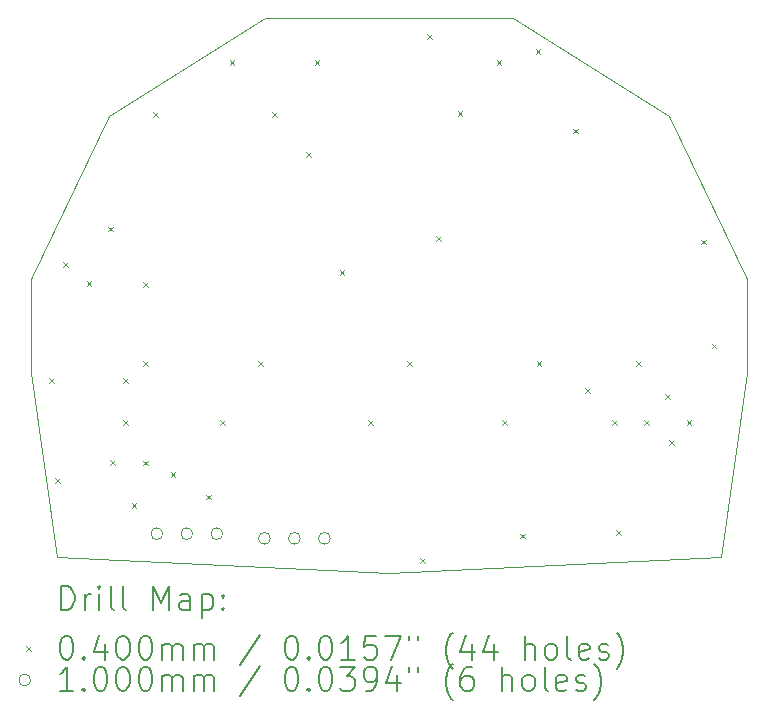
<source format=gbr>
%FSLAX45Y45*%
G04 Gerber Fmt 4.5, Leading zero omitted, Abs format (unit mm)*
G04 Created by KiCad (PCBNEW 6.0.4-6f826c9f35~116~ubuntu20.04.1) date 2022-04-29 21:32:25*
%MOMM*%
%LPD*%
G01*
G04 APERTURE LIST*
%TA.AperFunction,Profile*%
%ADD10C,0.100000*%
%TD*%
%ADD11C,0.200000*%
%ADD12C,0.040000*%
%ADD13C,0.100000*%
G04 APERTURE END LIST*
D10*
X1780000Y-4690000D02*
X1780000Y-3890000D01*
X2440000Y-2510000D02*
X3760000Y-1680000D01*
X2000000Y-6250000D02*
X1780000Y-4690000D01*
X3760000Y-1680000D02*
X5860000Y-1680000D01*
X1780000Y-3890000D02*
X2440000Y-2510000D01*
X7840000Y-4690000D02*
X7620000Y-6250000D01*
X5860000Y-1680000D02*
X7180000Y-2510000D01*
X7180000Y-2510000D02*
X7840000Y-3890000D01*
X4810000Y-6380000D02*
X7620000Y-6250000D01*
X7840000Y-3890000D02*
X7840000Y-4690000D01*
X2000000Y-6250000D02*
X4810000Y-6380000D01*
D11*
D12*
X1930000Y-4730000D02*
X1970000Y-4770000D01*
X1970000Y-4730000D02*
X1930000Y-4770000D01*
X1980000Y-5580000D02*
X2020000Y-5620000D01*
X2020000Y-5580000D02*
X1980000Y-5620000D01*
X2050000Y-3750000D02*
X2090000Y-3790000D01*
X2090000Y-3750000D02*
X2050000Y-3790000D01*
X2250000Y-3910000D02*
X2290000Y-3950000D01*
X2290000Y-3910000D02*
X2250000Y-3950000D01*
X2430000Y-3450000D02*
X2470000Y-3490000D01*
X2470000Y-3450000D02*
X2430000Y-3490000D01*
X2450000Y-5430000D02*
X2490000Y-5470000D01*
X2490000Y-5430000D02*
X2450000Y-5470000D01*
X2560000Y-4730000D02*
X2600000Y-4770000D01*
X2600000Y-4730000D02*
X2560000Y-4770000D01*
X2560000Y-5090000D02*
X2600000Y-5130000D01*
X2600000Y-5090000D02*
X2560000Y-5130000D01*
X2630000Y-5790000D02*
X2670000Y-5830000D01*
X2670000Y-5790000D02*
X2630000Y-5830000D01*
X2730000Y-3920000D02*
X2770000Y-3960000D01*
X2770000Y-3920000D02*
X2730000Y-3960000D01*
X2730000Y-4590000D02*
X2770000Y-4630000D01*
X2770000Y-4590000D02*
X2730000Y-4630000D01*
X2730000Y-5432500D02*
X2770000Y-5472500D01*
X2770000Y-5432500D02*
X2730000Y-5472500D01*
X2810000Y-2480000D02*
X2850000Y-2520000D01*
X2850000Y-2480000D02*
X2810000Y-2520000D01*
X2960000Y-5530000D02*
X3000000Y-5570000D01*
X3000000Y-5530000D02*
X2960000Y-5570000D01*
X3260000Y-5720000D02*
X3300000Y-5760000D01*
X3300000Y-5720000D02*
X3260000Y-5760000D01*
X3380000Y-5090000D02*
X3420000Y-5130000D01*
X3420000Y-5090000D02*
X3380000Y-5130000D01*
X3460000Y-2040000D02*
X3500000Y-2080000D01*
X3500000Y-2040000D02*
X3460000Y-2080000D01*
X3700000Y-4590000D02*
X3740000Y-4630000D01*
X3740000Y-4590000D02*
X3700000Y-4630000D01*
X3820000Y-2480000D02*
X3860000Y-2520000D01*
X3860000Y-2480000D02*
X3820000Y-2520000D01*
X4110000Y-2820000D02*
X4150000Y-2860000D01*
X4150000Y-2820000D02*
X4110000Y-2860000D01*
X4180000Y-2040000D02*
X4220000Y-2080000D01*
X4220000Y-2040000D02*
X4180000Y-2080000D01*
X4390000Y-3820000D02*
X4430000Y-3860000D01*
X4430000Y-3820000D02*
X4390000Y-3860000D01*
X4630000Y-5090000D02*
X4670000Y-5130000D01*
X4670000Y-5090000D02*
X4630000Y-5130000D01*
X4960000Y-4590000D02*
X5000000Y-4630000D01*
X5000000Y-4590000D02*
X4960000Y-4630000D01*
X5070000Y-6260000D02*
X5110000Y-6300000D01*
X5110000Y-6260000D02*
X5070000Y-6300000D01*
X5130000Y-1820000D02*
X5170000Y-1860000D01*
X5170000Y-1820000D02*
X5130000Y-1860000D01*
X5210000Y-3530000D02*
X5250000Y-3570000D01*
X5250000Y-3530000D02*
X5210000Y-3570000D01*
X5390000Y-2470000D02*
X5430000Y-2510000D01*
X5430000Y-2470000D02*
X5390000Y-2510000D01*
X5720000Y-2040000D02*
X5760000Y-2080000D01*
X5760000Y-2040000D02*
X5720000Y-2080000D01*
X5770000Y-5090000D02*
X5810000Y-5130000D01*
X5810000Y-5090000D02*
X5770000Y-5130000D01*
X5920000Y-6050000D02*
X5960000Y-6090000D01*
X5960000Y-6050000D02*
X5920000Y-6090000D01*
X6050000Y-1950000D02*
X6090000Y-1990000D01*
X6090000Y-1950000D02*
X6050000Y-1990000D01*
X6060000Y-4590000D02*
X6100000Y-4630000D01*
X6100000Y-4590000D02*
X6060000Y-4630000D01*
X6370000Y-2620000D02*
X6410000Y-2660000D01*
X6410000Y-2620000D02*
X6370000Y-2660000D01*
X6470000Y-4820000D02*
X6510000Y-4860000D01*
X6510000Y-4820000D02*
X6470000Y-4860000D01*
X6700000Y-5090000D02*
X6740000Y-5130000D01*
X6740000Y-5090000D02*
X6700000Y-5130000D01*
X6730000Y-6020000D02*
X6770000Y-6060000D01*
X6770000Y-6020000D02*
X6730000Y-6060000D01*
X6900000Y-4590000D02*
X6940000Y-4630000D01*
X6940000Y-4590000D02*
X6900000Y-4630000D01*
X6970000Y-5090000D02*
X7010000Y-5130000D01*
X7010000Y-5090000D02*
X6970000Y-5130000D01*
X7150000Y-4870000D02*
X7190000Y-4910000D01*
X7190000Y-4870000D02*
X7150000Y-4910000D01*
X7180000Y-5260000D02*
X7220000Y-5300000D01*
X7220000Y-5260000D02*
X7180000Y-5300000D01*
X7330000Y-5090000D02*
X7370000Y-5130000D01*
X7370000Y-5090000D02*
X7330000Y-5130000D01*
X7450000Y-3560000D02*
X7490000Y-3600000D01*
X7490000Y-3560000D02*
X7450000Y-3600000D01*
X7540000Y-4440000D02*
X7580000Y-4480000D01*
X7580000Y-4440000D02*
X7540000Y-4480000D01*
D13*
X2893500Y-6050000D02*
G75*
G03*
X2893500Y-6050000I-50000J0D01*
G01*
X3147500Y-6050000D02*
G75*
G03*
X3147500Y-6050000I-50000J0D01*
G01*
X3401500Y-6050000D02*
G75*
G03*
X3401500Y-6050000I-50000J0D01*
G01*
X3804500Y-6090000D02*
G75*
G03*
X3804500Y-6090000I-50000J0D01*
G01*
X4058500Y-6090000D02*
G75*
G03*
X4058500Y-6090000I-50000J0D01*
G01*
X4312500Y-6090000D02*
G75*
G03*
X4312500Y-6090000I-50000J0D01*
G01*
D11*
X2032619Y-6695476D02*
X2032619Y-6495476D01*
X2080238Y-6495476D01*
X2108810Y-6505000D01*
X2127857Y-6524048D01*
X2137381Y-6543095D01*
X2146905Y-6581190D01*
X2146905Y-6609762D01*
X2137381Y-6647857D01*
X2127857Y-6666905D01*
X2108810Y-6685952D01*
X2080238Y-6695476D01*
X2032619Y-6695476D01*
X2232619Y-6695476D02*
X2232619Y-6562143D01*
X2232619Y-6600238D02*
X2242143Y-6581190D01*
X2251667Y-6571667D01*
X2270714Y-6562143D01*
X2289762Y-6562143D01*
X2356429Y-6695476D02*
X2356429Y-6562143D01*
X2356429Y-6495476D02*
X2346905Y-6505000D01*
X2356429Y-6514524D01*
X2365952Y-6505000D01*
X2356429Y-6495476D01*
X2356429Y-6514524D01*
X2480238Y-6695476D02*
X2461190Y-6685952D01*
X2451667Y-6666905D01*
X2451667Y-6495476D01*
X2585000Y-6695476D02*
X2565952Y-6685952D01*
X2556429Y-6666905D01*
X2556429Y-6495476D01*
X2813571Y-6695476D02*
X2813571Y-6495476D01*
X2880238Y-6638333D01*
X2946905Y-6495476D01*
X2946905Y-6695476D01*
X3127857Y-6695476D02*
X3127857Y-6590714D01*
X3118333Y-6571667D01*
X3099286Y-6562143D01*
X3061190Y-6562143D01*
X3042143Y-6571667D01*
X3127857Y-6685952D02*
X3108809Y-6695476D01*
X3061190Y-6695476D01*
X3042143Y-6685952D01*
X3032619Y-6666905D01*
X3032619Y-6647857D01*
X3042143Y-6628809D01*
X3061190Y-6619286D01*
X3108809Y-6619286D01*
X3127857Y-6609762D01*
X3223095Y-6562143D02*
X3223095Y-6762143D01*
X3223095Y-6571667D02*
X3242143Y-6562143D01*
X3280238Y-6562143D01*
X3299286Y-6571667D01*
X3308809Y-6581190D01*
X3318333Y-6600238D01*
X3318333Y-6657381D01*
X3308809Y-6676428D01*
X3299286Y-6685952D01*
X3280238Y-6695476D01*
X3242143Y-6695476D01*
X3223095Y-6685952D01*
X3404048Y-6676428D02*
X3413571Y-6685952D01*
X3404048Y-6695476D01*
X3394524Y-6685952D01*
X3404048Y-6676428D01*
X3404048Y-6695476D01*
X3404048Y-6571667D02*
X3413571Y-6581190D01*
X3404048Y-6590714D01*
X3394524Y-6581190D01*
X3404048Y-6571667D01*
X3404048Y-6590714D01*
D12*
X1735000Y-7005000D02*
X1775000Y-7045000D01*
X1775000Y-7005000D02*
X1735000Y-7045000D01*
D11*
X2070714Y-6915476D02*
X2089762Y-6915476D01*
X2108810Y-6925000D01*
X2118333Y-6934524D01*
X2127857Y-6953571D01*
X2137381Y-6991667D01*
X2137381Y-7039286D01*
X2127857Y-7077381D01*
X2118333Y-7096428D01*
X2108810Y-7105952D01*
X2089762Y-7115476D01*
X2070714Y-7115476D01*
X2051667Y-7105952D01*
X2042143Y-7096428D01*
X2032619Y-7077381D01*
X2023095Y-7039286D01*
X2023095Y-6991667D01*
X2032619Y-6953571D01*
X2042143Y-6934524D01*
X2051667Y-6925000D01*
X2070714Y-6915476D01*
X2223095Y-7096428D02*
X2232619Y-7105952D01*
X2223095Y-7115476D01*
X2213571Y-7105952D01*
X2223095Y-7096428D01*
X2223095Y-7115476D01*
X2404048Y-6982143D02*
X2404048Y-7115476D01*
X2356429Y-6905952D02*
X2308810Y-7048809D01*
X2432619Y-7048809D01*
X2546905Y-6915476D02*
X2565952Y-6915476D01*
X2585000Y-6925000D01*
X2594524Y-6934524D01*
X2604048Y-6953571D01*
X2613571Y-6991667D01*
X2613571Y-7039286D01*
X2604048Y-7077381D01*
X2594524Y-7096428D01*
X2585000Y-7105952D01*
X2565952Y-7115476D01*
X2546905Y-7115476D01*
X2527857Y-7105952D01*
X2518333Y-7096428D01*
X2508810Y-7077381D01*
X2499286Y-7039286D01*
X2499286Y-6991667D01*
X2508810Y-6953571D01*
X2518333Y-6934524D01*
X2527857Y-6925000D01*
X2546905Y-6915476D01*
X2737381Y-6915476D02*
X2756429Y-6915476D01*
X2775476Y-6925000D01*
X2785000Y-6934524D01*
X2794524Y-6953571D01*
X2804048Y-6991667D01*
X2804048Y-7039286D01*
X2794524Y-7077381D01*
X2785000Y-7096428D01*
X2775476Y-7105952D01*
X2756429Y-7115476D01*
X2737381Y-7115476D01*
X2718333Y-7105952D01*
X2708810Y-7096428D01*
X2699286Y-7077381D01*
X2689762Y-7039286D01*
X2689762Y-6991667D01*
X2699286Y-6953571D01*
X2708810Y-6934524D01*
X2718333Y-6925000D01*
X2737381Y-6915476D01*
X2889762Y-7115476D02*
X2889762Y-6982143D01*
X2889762Y-7001190D02*
X2899286Y-6991667D01*
X2918333Y-6982143D01*
X2946905Y-6982143D01*
X2965952Y-6991667D01*
X2975476Y-7010714D01*
X2975476Y-7115476D01*
X2975476Y-7010714D02*
X2985000Y-6991667D01*
X3004048Y-6982143D01*
X3032619Y-6982143D01*
X3051667Y-6991667D01*
X3061190Y-7010714D01*
X3061190Y-7115476D01*
X3156428Y-7115476D02*
X3156428Y-6982143D01*
X3156428Y-7001190D02*
X3165952Y-6991667D01*
X3185000Y-6982143D01*
X3213571Y-6982143D01*
X3232619Y-6991667D01*
X3242143Y-7010714D01*
X3242143Y-7115476D01*
X3242143Y-7010714D02*
X3251667Y-6991667D01*
X3270714Y-6982143D01*
X3299286Y-6982143D01*
X3318333Y-6991667D01*
X3327857Y-7010714D01*
X3327857Y-7115476D01*
X3718333Y-6905952D02*
X3546905Y-7163095D01*
X3975476Y-6915476D02*
X3994524Y-6915476D01*
X4013571Y-6925000D01*
X4023095Y-6934524D01*
X4032619Y-6953571D01*
X4042143Y-6991667D01*
X4042143Y-7039286D01*
X4032619Y-7077381D01*
X4023095Y-7096428D01*
X4013571Y-7105952D01*
X3994524Y-7115476D01*
X3975476Y-7115476D01*
X3956428Y-7105952D01*
X3946905Y-7096428D01*
X3937381Y-7077381D01*
X3927857Y-7039286D01*
X3927857Y-6991667D01*
X3937381Y-6953571D01*
X3946905Y-6934524D01*
X3956428Y-6925000D01*
X3975476Y-6915476D01*
X4127857Y-7096428D02*
X4137381Y-7105952D01*
X4127857Y-7115476D01*
X4118333Y-7105952D01*
X4127857Y-7096428D01*
X4127857Y-7115476D01*
X4261190Y-6915476D02*
X4280238Y-6915476D01*
X4299286Y-6925000D01*
X4308810Y-6934524D01*
X4318333Y-6953571D01*
X4327857Y-6991667D01*
X4327857Y-7039286D01*
X4318333Y-7077381D01*
X4308810Y-7096428D01*
X4299286Y-7105952D01*
X4280238Y-7115476D01*
X4261190Y-7115476D01*
X4242143Y-7105952D01*
X4232619Y-7096428D01*
X4223095Y-7077381D01*
X4213571Y-7039286D01*
X4213571Y-6991667D01*
X4223095Y-6953571D01*
X4232619Y-6934524D01*
X4242143Y-6925000D01*
X4261190Y-6915476D01*
X4518333Y-7115476D02*
X4404048Y-7115476D01*
X4461190Y-7115476D02*
X4461190Y-6915476D01*
X4442143Y-6944048D01*
X4423095Y-6963095D01*
X4404048Y-6972619D01*
X4699286Y-6915476D02*
X4604048Y-6915476D01*
X4594524Y-7010714D01*
X4604048Y-7001190D01*
X4623095Y-6991667D01*
X4670714Y-6991667D01*
X4689762Y-7001190D01*
X4699286Y-7010714D01*
X4708810Y-7029762D01*
X4708810Y-7077381D01*
X4699286Y-7096428D01*
X4689762Y-7105952D01*
X4670714Y-7115476D01*
X4623095Y-7115476D01*
X4604048Y-7105952D01*
X4594524Y-7096428D01*
X4775476Y-6915476D02*
X4908810Y-6915476D01*
X4823095Y-7115476D01*
X4975476Y-6915476D02*
X4975476Y-6953571D01*
X5051667Y-6915476D02*
X5051667Y-6953571D01*
X5346905Y-7191667D02*
X5337381Y-7182143D01*
X5318333Y-7153571D01*
X5308810Y-7134524D01*
X5299286Y-7105952D01*
X5289762Y-7058333D01*
X5289762Y-7020238D01*
X5299286Y-6972619D01*
X5308810Y-6944048D01*
X5318333Y-6925000D01*
X5337381Y-6896428D01*
X5346905Y-6886905D01*
X5508810Y-6982143D02*
X5508810Y-7115476D01*
X5461190Y-6905952D02*
X5413571Y-7048809D01*
X5537381Y-7048809D01*
X5699286Y-6982143D02*
X5699286Y-7115476D01*
X5651667Y-6905952D02*
X5604048Y-7048809D01*
X5727857Y-7048809D01*
X5956428Y-7115476D02*
X5956428Y-6915476D01*
X6042143Y-7115476D02*
X6042143Y-7010714D01*
X6032619Y-6991667D01*
X6013571Y-6982143D01*
X5985000Y-6982143D01*
X5965952Y-6991667D01*
X5956428Y-7001190D01*
X6165952Y-7115476D02*
X6146905Y-7105952D01*
X6137381Y-7096428D01*
X6127857Y-7077381D01*
X6127857Y-7020238D01*
X6137381Y-7001190D01*
X6146905Y-6991667D01*
X6165952Y-6982143D01*
X6194524Y-6982143D01*
X6213571Y-6991667D01*
X6223095Y-7001190D01*
X6232619Y-7020238D01*
X6232619Y-7077381D01*
X6223095Y-7096428D01*
X6213571Y-7105952D01*
X6194524Y-7115476D01*
X6165952Y-7115476D01*
X6346905Y-7115476D02*
X6327857Y-7105952D01*
X6318333Y-7086905D01*
X6318333Y-6915476D01*
X6499286Y-7105952D02*
X6480238Y-7115476D01*
X6442143Y-7115476D01*
X6423095Y-7105952D01*
X6413571Y-7086905D01*
X6413571Y-7010714D01*
X6423095Y-6991667D01*
X6442143Y-6982143D01*
X6480238Y-6982143D01*
X6499286Y-6991667D01*
X6508809Y-7010714D01*
X6508809Y-7029762D01*
X6413571Y-7048809D01*
X6585000Y-7105952D02*
X6604048Y-7115476D01*
X6642143Y-7115476D01*
X6661190Y-7105952D01*
X6670714Y-7086905D01*
X6670714Y-7077381D01*
X6661190Y-7058333D01*
X6642143Y-7048809D01*
X6613571Y-7048809D01*
X6594524Y-7039286D01*
X6585000Y-7020238D01*
X6585000Y-7010714D01*
X6594524Y-6991667D01*
X6613571Y-6982143D01*
X6642143Y-6982143D01*
X6661190Y-6991667D01*
X6737381Y-7191667D02*
X6746905Y-7182143D01*
X6765952Y-7153571D01*
X6775476Y-7134524D01*
X6785000Y-7105952D01*
X6794524Y-7058333D01*
X6794524Y-7020238D01*
X6785000Y-6972619D01*
X6775476Y-6944048D01*
X6765952Y-6925000D01*
X6746905Y-6896428D01*
X6737381Y-6886905D01*
D13*
X1775000Y-7289000D02*
G75*
G03*
X1775000Y-7289000I-50000J0D01*
G01*
D11*
X2137381Y-7379476D02*
X2023095Y-7379476D01*
X2080238Y-7379476D02*
X2080238Y-7179476D01*
X2061190Y-7208048D01*
X2042143Y-7227095D01*
X2023095Y-7236619D01*
X2223095Y-7360428D02*
X2232619Y-7369952D01*
X2223095Y-7379476D01*
X2213571Y-7369952D01*
X2223095Y-7360428D01*
X2223095Y-7379476D01*
X2356429Y-7179476D02*
X2375476Y-7179476D01*
X2394524Y-7189000D01*
X2404048Y-7198524D01*
X2413571Y-7217571D01*
X2423095Y-7255667D01*
X2423095Y-7303286D01*
X2413571Y-7341381D01*
X2404048Y-7360428D01*
X2394524Y-7369952D01*
X2375476Y-7379476D01*
X2356429Y-7379476D01*
X2337381Y-7369952D01*
X2327857Y-7360428D01*
X2318333Y-7341381D01*
X2308810Y-7303286D01*
X2308810Y-7255667D01*
X2318333Y-7217571D01*
X2327857Y-7198524D01*
X2337381Y-7189000D01*
X2356429Y-7179476D01*
X2546905Y-7179476D02*
X2565952Y-7179476D01*
X2585000Y-7189000D01*
X2594524Y-7198524D01*
X2604048Y-7217571D01*
X2613571Y-7255667D01*
X2613571Y-7303286D01*
X2604048Y-7341381D01*
X2594524Y-7360428D01*
X2585000Y-7369952D01*
X2565952Y-7379476D01*
X2546905Y-7379476D01*
X2527857Y-7369952D01*
X2518333Y-7360428D01*
X2508810Y-7341381D01*
X2499286Y-7303286D01*
X2499286Y-7255667D01*
X2508810Y-7217571D01*
X2518333Y-7198524D01*
X2527857Y-7189000D01*
X2546905Y-7179476D01*
X2737381Y-7179476D02*
X2756429Y-7179476D01*
X2775476Y-7189000D01*
X2785000Y-7198524D01*
X2794524Y-7217571D01*
X2804048Y-7255667D01*
X2804048Y-7303286D01*
X2794524Y-7341381D01*
X2785000Y-7360428D01*
X2775476Y-7369952D01*
X2756429Y-7379476D01*
X2737381Y-7379476D01*
X2718333Y-7369952D01*
X2708810Y-7360428D01*
X2699286Y-7341381D01*
X2689762Y-7303286D01*
X2689762Y-7255667D01*
X2699286Y-7217571D01*
X2708810Y-7198524D01*
X2718333Y-7189000D01*
X2737381Y-7179476D01*
X2889762Y-7379476D02*
X2889762Y-7246143D01*
X2889762Y-7265190D02*
X2899286Y-7255667D01*
X2918333Y-7246143D01*
X2946905Y-7246143D01*
X2965952Y-7255667D01*
X2975476Y-7274714D01*
X2975476Y-7379476D01*
X2975476Y-7274714D02*
X2985000Y-7255667D01*
X3004048Y-7246143D01*
X3032619Y-7246143D01*
X3051667Y-7255667D01*
X3061190Y-7274714D01*
X3061190Y-7379476D01*
X3156428Y-7379476D02*
X3156428Y-7246143D01*
X3156428Y-7265190D02*
X3165952Y-7255667D01*
X3185000Y-7246143D01*
X3213571Y-7246143D01*
X3232619Y-7255667D01*
X3242143Y-7274714D01*
X3242143Y-7379476D01*
X3242143Y-7274714D02*
X3251667Y-7255667D01*
X3270714Y-7246143D01*
X3299286Y-7246143D01*
X3318333Y-7255667D01*
X3327857Y-7274714D01*
X3327857Y-7379476D01*
X3718333Y-7169952D02*
X3546905Y-7427095D01*
X3975476Y-7179476D02*
X3994524Y-7179476D01*
X4013571Y-7189000D01*
X4023095Y-7198524D01*
X4032619Y-7217571D01*
X4042143Y-7255667D01*
X4042143Y-7303286D01*
X4032619Y-7341381D01*
X4023095Y-7360428D01*
X4013571Y-7369952D01*
X3994524Y-7379476D01*
X3975476Y-7379476D01*
X3956428Y-7369952D01*
X3946905Y-7360428D01*
X3937381Y-7341381D01*
X3927857Y-7303286D01*
X3927857Y-7255667D01*
X3937381Y-7217571D01*
X3946905Y-7198524D01*
X3956428Y-7189000D01*
X3975476Y-7179476D01*
X4127857Y-7360428D02*
X4137381Y-7369952D01*
X4127857Y-7379476D01*
X4118333Y-7369952D01*
X4127857Y-7360428D01*
X4127857Y-7379476D01*
X4261190Y-7179476D02*
X4280238Y-7179476D01*
X4299286Y-7189000D01*
X4308810Y-7198524D01*
X4318333Y-7217571D01*
X4327857Y-7255667D01*
X4327857Y-7303286D01*
X4318333Y-7341381D01*
X4308810Y-7360428D01*
X4299286Y-7369952D01*
X4280238Y-7379476D01*
X4261190Y-7379476D01*
X4242143Y-7369952D01*
X4232619Y-7360428D01*
X4223095Y-7341381D01*
X4213571Y-7303286D01*
X4213571Y-7255667D01*
X4223095Y-7217571D01*
X4232619Y-7198524D01*
X4242143Y-7189000D01*
X4261190Y-7179476D01*
X4394524Y-7179476D02*
X4518333Y-7179476D01*
X4451667Y-7255667D01*
X4480238Y-7255667D01*
X4499286Y-7265190D01*
X4508810Y-7274714D01*
X4518333Y-7293762D01*
X4518333Y-7341381D01*
X4508810Y-7360428D01*
X4499286Y-7369952D01*
X4480238Y-7379476D01*
X4423095Y-7379476D01*
X4404048Y-7369952D01*
X4394524Y-7360428D01*
X4613571Y-7379476D02*
X4651667Y-7379476D01*
X4670714Y-7369952D01*
X4680238Y-7360428D01*
X4699286Y-7331857D01*
X4708810Y-7293762D01*
X4708810Y-7217571D01*
X4699286Y-7198524D01*
X4689762Y-7189000D01*
X4670714Y-7179476D01*
X4632619Y-7179476D01*
X4613571Y-7189000D01*
X4604048Y-7198524D01*
X4594524Y-7217571D01*
X4594524Y-7265190D01*
X4604048Y-7284238D01*
X4613571Y-7293762D01*
X4632619Y-7303286D01*
X4670714Y-7303286D01*
X4689762Y-7293762D01*
X4699286Y-7284238D01*
X4708810Y-7265190D01*
X4880238Y-7246143D02*
X4880238Y-7379476D01*
X4832619Y-7169952D02*
X4785000Y-7312809D01*
X4908810Y-7312809D01*
X4975476Y-7179476D02*
X4975476Y-7217571D01*
X5051667Y-7179476D02*
X5051667Y-7217571D01*
X5346905Y-7455667D02*
X5337381Y-7446143D01*
X5318333Y-7417571D01*
X5308810Y-7398524D01*
X5299286Y-7369952D01*
X5289762Y-7322333D01*
X5289762Y-7284238D01*
X5299286Y-7236619D01*
X5308810Y-7208048D01*
X5318333Y-7189000D01*
X5337381Y-7160428D01*
X5346905Y-7150905D01*
X5508810Y-7179476D02*
X5470714Y-7179476D01*
X5451667Y-7189000D01*
X5442143Y-7198524D01*
X5423095Y-7227095D01*
X5413571Y-7265190D01*
X5413571Y-7341381D01*
X5423095Y-7360428D01*
X5432619Y-7369952D01*
X5451667Y-7379476D01*
X5489762Y-7379476D01*
X5508810Y-7369952D01*
X5518333Y-7360428D01*
X5527857Y-7341381D01*
X5527857Y-7293762D01*
X5518333Y-7274714D01*
X5508810Y-7265190D01*
X5489762Y-7255667D01*
X5451667Y-7255667D01*
X5432619Y-7265190D01*
X5423095Y-7274714D01*
X5413571Y-7293762D01*
X5765952Y-7379476D02*
X5765952Y-7179476D01*
X5851667Y-7379476D02*
X5851667Y-7274714D01*
X5842143Y-7255667D01*
X5823095Y-7246143D01*
X5794524Y-7246143D01*
X5775476Y-7255667D01*
X5765952Y-7265190D01*
X5975476Y-7379476D02*
X5956428Y-7369952D01*
X5946905Y-7360428D01*
X5937381Y-7341381D01*
X5937381Y-7284238D01*
X5946905Y-7265190D01*
X5956428Y-7255667D01*
X5975476Y-7246143D01*
X6004048Y-7246143D01*
X6023095Y-7255667D01*
X6032619Y-7265190D01*
X6042143Y-7284238D01*
X6042143Y-7341381D01*
X6032619Y-7360428D01*
X6023095Y-7369952D01*
X6004048Y-7379476D01*
X5975476Y-7379476D01*
X6156428Y-7379476D02*
X6137381Y-7369952D01*
X6127857Y-7350905D01*
X6127857Y-7179476D01*
X6308809Y-7369952D02*
X6289762Y-7379476D01*
X6251667Y-7379476D01*
X6232619Y-7369952D01*
X6223095Y-7350905D01*
X6223095Y-7274714D01*
X6232619Y-7255667D01*
X6251667Y-7246143D01*
X6289762Y-7246143D01*
X6308809Y-7255667D01*
X6318333Y-7274714D01*
X6318333Y-7293762D01*
X6223095Y-7312809D01*
X6394524Y-7369952D02*
X6413571Y-7379476D01*
X6451667Y-7379476D01*
X6470714Y-7369952D01*
X6480238Y-7350905D01*
X6480238Y-7341381D01*
X6470714Y-7322333D01*
X6451667Y-7312809D01*
X6423095Y-7312809D01*
X6404048Y-7303286D01*
X6394524Y-7284238D01*
X6394524Y-7274714D01*
X6404048Y-7255667D01*
X6423095Y-7246143D01*
X6451667Y-7246143D01*
X6470714Y-7255667D01*
X6546905Y-7455667D02*
X6556428Y-7446143D01*
X6575476Y-7417571D01*
X6585000Y-7398524D01*
X6594524Y-7369952D01*
X6604048Y-7322333D01*
X6604048Y-7284238D01*
X6594524Y-7236619D01*
X6585000Y-7208048D01*
X6575476Y-7189000D01*
X6556428Y-7160428D01*
X6546905Y-7150905D01*
M02*

</source>
